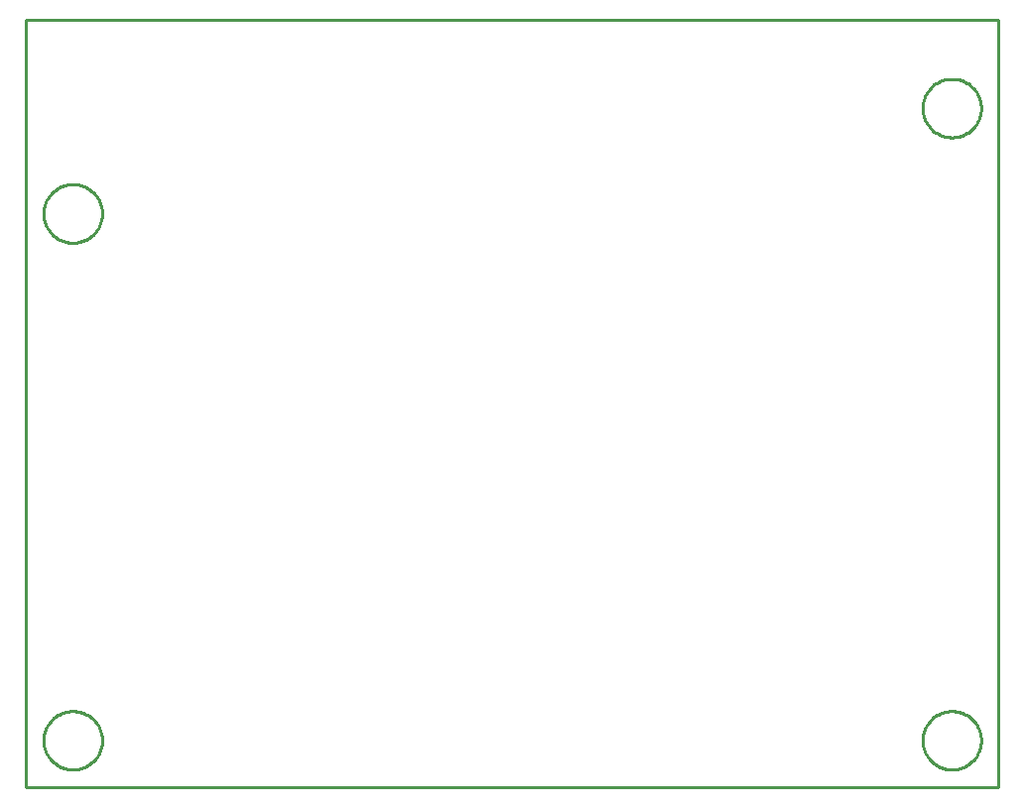
<source format=gbr>
G04 EAGLE Gerber RS-274X export*
G75*
%MOMM*%
%FSLAX34Y34*%
%LPD*%
%IN*%
%IPPOS*%
%AMOC8*
5,1,8,0,0,1.08239X$1,22.5*%
G01*
%ADD10C,0.254000*%


D10*
X10000Y0D02*
X840000Y0D01*
X840000Y655000D01*
X10000Y655000D01*
X10000Y0D01*
X825000Y39299D02*
X824921Y37898D01*
X824764Y36504D01*
X824529Y35121D01*
X824217Y33753D01*
X823829Y32405D01*
X823365Y31081D01*
X822829Y29785D01*
X822220Y28521D01*
X821541Y27293D01*
X820795Y26105D01*
X819983Y24961D01*
X819108Y23864D01*
X818174Y22818D01*
X817182Y21826D01*
X816136Y20892D01*
X815039Y20017D01*
X813895Y19205D01*
X812707Y18459D01*
X811479Y17780D01*
X810215Y17171D01*
X808919Y16635D01*
X807595Y16171D01*
X806247Y15783D01*
X804879Y15471D01*
X803496Y15236D01*
X802102Y15079D01*
X800701Y15000D01*
X799299Y15000D01*
X797898Y15079D01*
X796504Y15236D01*
X795121Y15471D01*
X793753Y15783D01*
X792405Y16171D01*
X791081Y16635D01*
X789785Y17171D01*
X788521Y17780D01*
X787293Y18459D01*
X786105Y19205D01*
X784961Y20017D01*
X783864Y20892D01*
X782818Y21826D01*
X781826Y22818D01*
X780892Y23864D01*
X780017Y24961D01*
X779205Y26105D01*
X778459Y27293D01*
X777780Y28521D01*
X777171Y29785D01*
X776635Y31081D01*
X776171Y32405D01*
X775783Y33753D01*
X775471Y35121D01*
X775236Y36504D01*
X775079Y37898D01*
X775000Y39299D01*
X775000Y40701D01*
X775079Y42102D01*
X775236Y43496D01*
X775471Y44879D01*
X775783Y46247D01*
X776171Y47595D01*
X776635Y48919D01*
X777171Y50215D01*
X777780Y51479D01*
X778459Y52707D01*
X779205Y53895D01*
X780017Y55039D01*
X780892Y56136D01*
X781826Y57182D01*
X782818Y58174D01*
X783864Y59108D01*
X784961Y59983D01*
X786105Y60795D01*
X787293Y61541D01*
X788521Y62220D01*
X789785Y62829D01*
X791081Y63365D01*
X792405Y63829D01*
X793753Y64217D01*
X795121Y64529D01*
X796504Y64764D01*
X797898Y64921D01*
X799299Y65000D01*
X800701Y65000D01*
X802102Y64921D01*
X803496Y64764D01*
X804879Y64529D01*
X806247Y64217D01*
X807595Y63829D01*
X808919Y63365D01*
X810215Y62829D01*
X811479Y62220D01*
X812707Y61541D01*
X813895Y60795D01*
X815039Y59983D01*
X816136Y59108D01*
X817182Y58174D01*
X818174Y57182D01*
X819108Y56136D01*
X819983Y55039D01*
X820795Y53895D01*
X821541Y52707D01*
X822220Y51479D01*
X822829Y50215D01*
X823365Y48919D01*
X823829Y47595D01*
X824217Y46247D01*
X824529Y44879D01*
X824764Y43496D01*
X824921Y42102D01*
X825000Y40701D01*
X825000Y39299D01*
X825000Y579299D02*
X824921Y577898D01*
X824764Y576504D01*
X824529Y575121D01*
X824217Y573753D01*
X823829Y572405D01*
X823365Y571081D01*
X822829Y569785D01*
X822220Y568521D01*
X821541Y567293D01*
X820795Y566105D01*
X819983Y564961D01*
X819108Y563864D01*
X818174Y562818D01*
X817182Y561826D01*
X816136Y560892D01*
X815039Y560017D01*
X813895Y559205D01*
X812707Y558459D01*
X811479Y557780D01*
X810215Y557171D01*
X808919Y556635D01*
X807595Y556171D01*
X806247Y555783D01*
X804879Y555471D01*
X803496Y555236D01*
X802102Y555079D01*
X800701Y555000D01*
X799299Y555000D01*
X797898Y555079D01*
X796504Y555236D01*
X795121Y555471D01*
X793753Y555783D01*
X792405Y556171D01*
X791081Y556635D01*
X789785Y557171D01*
X788521Y557780D01*
X787293Y558459D01*
X786105Y559205D01*
X784961Y560017D01*
X783864Y560892D01*
X782818Y561826D01*
X781826Y562818D01*
X780892Y563864D01*
X780017Y564961D01*
X779205Y566105D01*
X778459Y567293D01*
X777780Y568521D01*
X777171Y569785D01*
X776635Y571081D01*
X776171Y572405D01*
X775783Y573753D01*
X775471Y575121D01*
X775236Y576504D01*
X775079Y577898D01*
X775000Y579299D01*
X775000Y580701D01*
X775079Y582102D01*
X775236Y583496D01*
X775471Y584879D01*
X775783Y586247D01*
X776171Y587595D01*
X776635Y588919D01*
X777171Y590215D01*
X777780Y591479D01*
X778459Y592707D01*
X779205Y593895D01*
X780017Y595039D01*
X780892Y596136D01*
X781826Y597182D01*
X782818Y598174D01*
X783864Y599108D01*
X784961Y599983D01*
X786105Y600795D01*
X787293Y601541D01*
X788521Y602220D01*
X789785Y602829D01*
X791081Y603365D01*
X792405Y603829D01*
X793753Y604217D01*
X795121Y604529D01*
X796504Y604764D01*
X797898Y604921D01*
X799299Y605000D01*
X800701Y605000D01*
X802102Y604921D01*
X803496Y604764D01*
X804879Y604529D01*
X806247Y604217D01*
X807595Y603829D01*
X808919Y603365D01*
X810215Y602829D01*
X811479Y602220D01*
X812707Y601541D01*
X813895Y600795D01*
X815039Y599983D01*
X816136Y599108D01*
X817182Y598174D01*
X818174Y597182D01*
X819108Y596136D01*
X819983Y595039D01*
X820795Y593895D01*
X821541Y592707D01*
X822220Y591479D01*
X822829Y590215D01*
X823365Y588919D01*
X823829Y587595D01*
X824217Y586247D01*
X824529Y584879D01*
X824764Y583496D01*
X824921Y582102D01*
X825000Y580701D01*
X825000Y579299D01*
X75000Y489299D02*
X74921Y487898D01*
X74764Y486504D01*
X74529Y485121D01*
X74217Y483753D01*
X73829Y482405D01*
X73365Y481081D01*
X72829Y479785D01*
X72220Y478521D01*
X71541Y477293D01*
X70795Y476105D01*
X69983Y474961D01*
X69108Y473864D01*
X68174Y472818D01*
X67182Y471826D01*
X66136Y470892D01*
X65039Y470017D01*
X63895Y469205D01*
X62707Y468459D01*
X61479Y467780D01*
X60215Y467171D01*
X58919Y466635D01*
X57595Y466171D01*
X56247Y465783D01*
X54879Y465471D01*
X53496Y465236D01*
X52102Y465079D01*
X50701Y465000D01*
X49299Y465000D01*
X47898Y465079D01*
X46504Y465236D01*
X45121Y465471D01*
X43753Y465783D01*
X42405Y466171D01*
X41081Y466635D01*
X39785Y467171D01*
X38521Y467780D01*
X37293Y468459D01*
X36105Y469205D01*
X34961Y470017D01*
X33864Y470892D01*
X32818Y471826D01*
X31826Y472818D01*
X30892Y473864D01*
X30017Y474961D01*
X29205Y476105D01*
X28459Y477293D01*
X27780Y478521D01*
X27171Y479785D01*
X26635Y481081D01*
X26171Y482405D01*
X25783Y483753D01*
X25471Y485121D01*
X25236Y486504D01*
X25079Y487898D01*
X25000Y489299D01*
X25000Y490701D01*
X25079Y492102D01*
X25236Y493496D01*
X25471Y494879D01*
X25783Y496247D01*
X26171Y497595D01*
X26635Y498919D01*
X27171Y500215D01*
X27780Y501479D01*
X28459Y502707D01*
X29205Y503895D01*
X30017Y505039D01*
X30892Y506136D01*
X31826Y507182D01*
X32818Y508174D01*
X33864Y509108D01*
X34961Y509983D01*
X36105Y510795D01*
X37293Y511541D01*
X38521Y512220D01*
X39785Y512829D01*
X41081Y513365D01*
X42405Y513829D01*
X43753Y514217D01*
X45121Y514529D01*
X46504Y514764D01*
X47898Y514921D01*
X49299Y515000D01*
X50701Y515000D01*
X52102Y514921D01*
X53496Y514764D01*
X54879Y514529D01*
X56247Y514217D01*
X57595Y513829D01*
X58919Y513365D01*
X60215Y512829D01*
X61479Y512220D01*
X62707Y511541D01*
X63895Y510795D01*
X65039Y509983D01*
X66136Y509108D01*
X67182Y508174D01*
X68174Y507182D01*
X69108Y506136D01*
X69983Y505039D01*
X70795Y503895D01*
X71541Y502707D01*
X72220Y501479D01*
X72829Y500215D01*
X73365Y498919D01*
X73829Y497595D01*
X74217Y496247D01*
X74529Y494879D01*
X74764Y493496D01*
X74921Y492102D01*
X75000Y490701D01*
X75000Y489299D01*
X75000Y39299D02*
X74921Y37898D01*
X74764Y36504D01*
X74529Y35121D01*
X74217Y33753D01*
X73829Y32405D01*
X73365Y31081D01*
X72829Y29785D01*
X72220Y28521D01*
X71541Y27293D01*
X70795Y26105D01*
X69983Y24961D01*
X69108Y23864D01*
X68174Y22818D01*
X67182Y21826D01*
X66136Y20892D01*
X65039Y20017D01*
X63895Y19205D01*
X62707Y18459D01*
X61479Y17780D01*
X60215Y17171D01*
X58919Y16635D01*
X57595Y16171D01*
X56247Y15783D01*
X54879Y15471D01*
X53496Y15236D01*
X52102Y15079D01*
X50701Y15000D01*
X49299Y15000D01*
X47898Y15079D01*
X46504Y15236D01*
X45121Y15471D01*
X43753Y15783D01*
X42405Y16171D01*
X41081Y16635D01*
X39785Y17171D01*
X38521Y17780D01*
X37293Y18459D01*
X36105Y19205D01*
X34961Y20017D01*
X33864Y20892D01*
X32818Y21826D01*
X31826Y22818D01*
X30892Y23864D01*
X30017Y24961D01*
X29205Y26105D01*
X28459Y27293D01*
X27780Y28521D01*
X27171Y29785D01*
X26635Y31081D01*
X26171Y32405D01*
X25783Y33753D01*
X25471Y35121D01*
X25236Y36504D01*
X25079Y37898D01*
X25000Y39299D01*
X25000Y40701D01*
X25079Y42102D01*
X25236Y43496D01*
X25471Y44879D01*
X25783Y46247D01*
X26171Y47595D01*
X26635Y48919D01*
X27171Y50215D01*
X27780Y51479D01*
X28459Y52707D01*
X29205Y53895D01*
X30017Y55039D01*
X30892Y56136D01*
X31826Y57182D01*
X32818Y58174D01*
X33864Y59108D01*
X34961Y59983D01*
X36105Y60795D01*
X37293Y61541D01*
X38521Y62220D01*
X39785Y62829D01*
X41081Y63365D01*
X42405Y63829D01*
X43753Y64217D01*
X45121Y64529D01*
X46504Y64764D01*
X47898Y64921D01*
X49299Y65000D01*
X50701Y65000D01*
X52102Y64921D01*
X53496Y64764D01*
X54879Y64529D01*
X56247Y64217D01*
X57595Y63829D01*
X58919Y63365D01*
X60215Y62829D01*
X61479Y62220D01*
X62707Y61541D01*
X63895Y60795D01*
X65039Y59983D01*
X66136Y59108D01*
X67182Y58174D01*
X68174Y57182D01*
X69108Y56136D01*
X69983Y55039D01*
X70795Y53895D01*
X71541Y52707D01*
X72220Y51479D01*
X72829Y50215D01*
X73365Y48919D01*
X73829Y47595D01*
X74217Y46247D01*
X74529Y44879D01*
X74764Y43496D01*
X74921Y42102D01*
X75000Y40701D01*
X75000Y39299D01*
M02*

</source>
